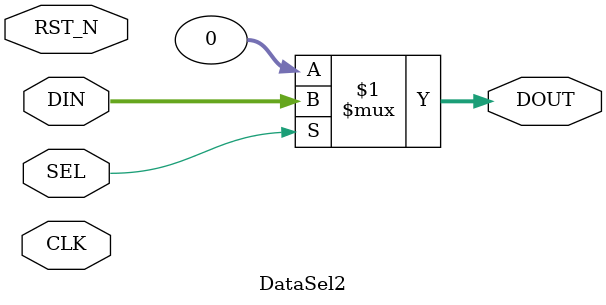
<source format=v>
/*
 * 9つの入力から選択する回路
 */
module DataSel2
  (
   input 		 RST_N,
   input 		 CLK,

   input  	 SEL,

   input [31:0]  DIN,

   output [31:0] DOUT
   );

   assign DOUT[31:0] = (SEL)?DIN[31:0]:32'd0;
endmodule

</source>
